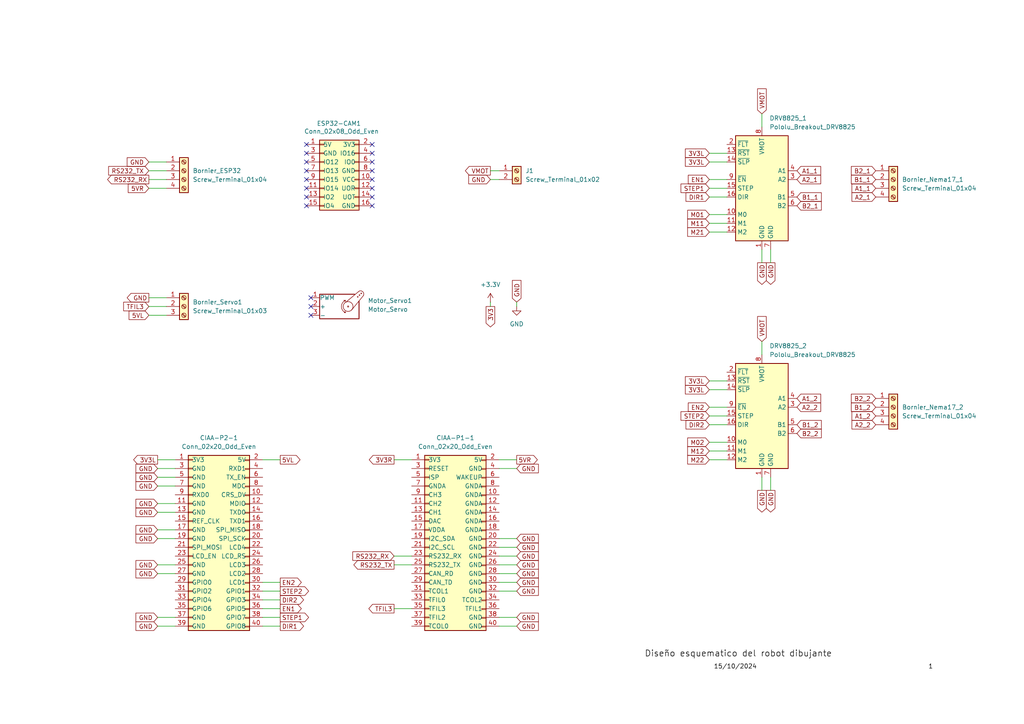
<source format=kicad_sch>
(kicad_sch (version 20231120) (generator "eeschema") (generator_version "8.0")
  (paper "A4")
  (lib_symbols
    (symbol "Connector:Screw_Terminal_01x02" (pin_names (offset 1.016) hide)
      (property "Reference" "J" (at 0 2.54 0))
      (property "Value" "Screw_Terminal_01x02" (at 0 -5.08 0))
      (symbol "Screw_Terminal_01x02_1_1"
        (rectangle (start -1.27 1.27) (end 1.27 -3.81) (stroke (width 0.254)) (fill (type background)))
        (circle (center 0 -2.54) (radius 0.635) (stroke (width 0.1524)))
        (polyline (pts (xy -0.5334 -2.2098) (xy 0.3302 -3.048)) (stroke (width 0.1524)))
        (polyline (pts (xy -0.5334 0.3302) (xy 0.3302 -0.508)) (stroke (width 0.1524)))
        (polyline (pts (xy -0.3556 -2.032) (xy 0.508 -2.8702)) (stroke (width 0.1524)))
        (polyline (pts (xy -0.3556 0.508) (xy 0.508 -0.3302)) (stroke (width 0.1524)))
        (circle (center 0 0) (radius 0.635) (stroke (width 0.1524)))
        (pin passive line (at -5.08 0 0) (length 3.81) (name "Pin_1") (number "1"))
        (pin passive line (at -5.08 -2.54 0) (length 3.81) (name "Pin_2") (number "2"))
      )
    )
    (symbol "Connector:Screw_Terminal_01x03" (pin_names (offset 1.016) hide)
      (property "Reference" "J" (at 0 5.08 0))
      (property "Value" "Screw_Terminal_01x03" (at 0 -5.08 0))
      (symbol "Screw_Terminal_01x03_1_1"
        (rectangle (start -1.27 3.81) (end 1.27 -3.81) (stroke (width 0.254)) (fill (type background)))
        (circle (center 0 -2.54) (radius 0.635) (stroke (width 0.1524)))
        (polyline (pts (xy -0.5334 -2.2098) (xy 0.3302 -3.048)) (stroke (width 0.1524)))
        (polyline (pts (xy -0.5334 0.3302) (xy 0.3302 -0.508)) (stroke (width 0.1524)))
        (polyline (pts (xy -0.5334 2.8702) (xy 0.3302 2.032)) (stroke (width 0.1524)))
        (polyline (pts (xy -0.3556 -2.032) (xy 0.508 -2.8702)) (stroke (width 0.1524)))
        (polyline (pts (xy -0.3556 0.508) (xy 0.508 -0.3302)) (stroke (width 0.1524)))
        (polyline (pts (xy -0.3556 3.048) (xy 0.508 2.2098)) (stroke (width 0.1524)))
        (circle (center 0 0) (radius 0.635) (stroke (width 0.1524)))
        (circle (center 0 2.54) (radius 0.635) (stroke (width 0.1524)))
        (pin passive line (at -5.08 2.54 0) (length 3.81) (name "Pin_1") (number "1"))
        (pin passive line (at -5.08 0 0) (length 3.81) (name "Pin_2") (number "2"))
        (pin passive line (at -5.08 -2.54 0) (length 3.81) (name "Pin_3") (number "3"))
      )
    )
    (symbol "Connector:Screw_Terminal_01x04" (pin_names (offset 1.016) hide)
      (property "Reference" "J" (at 0 5.08 0))
      (property "Value" "Screw_Terminal_01x04" (at 0 -7.62 0))
      (symbol "Screw_Terminal_01x04_1_1"
        (rectangle (start -1.27 3.81) (end 1.27 -6.35) (stroke (width 0.254)) (fill (type background)))
        (circle (center 0 -5.08) (radius 0.635) (stroke (width 0.1524)))
        (circle (center 0 -2.54) (radius 0.635) (stroke (width 0.1524)))
        (polyline (pts (xy -0.5334 -4.7498) (xy 0.3302 -5.588)) (stroke (width 0.1524)))
        (polyline (pts (xy -0.5334 -2.2098) (xy 0.3302 -3.048)) (stroke (width 0.1524)))
        (polyline (pts (xy -0.5334 0.3302) (xy 0.3302 -0.508)) (stroke (width 0.1524)))
        (polyline (pts (xy -0.5334 2.8702) (xy 0.3302 2.032)) (stroke (width 0.1524)))
        (polyline (pts (xy -0.3556 -4.572) (xy 0.508 -5.4102)) (stroke (width 0.1524)))
        (polyline (pts (xy -0.3556 -2.032) (xy 0.508 -2.8702)) (stroke (width 0.1524)))
        (polyline (pts (xy -0.3556 0.508) (xy 0.508 -0.3302)) (stroke (width 0.1524)))
        (polyline (pts (xy -0.3556 3.048) (xy 0.508 2.2098)) (stroke (width 0.1524)))
        (circle (center 0 0) (radius 0.635) (stroke (width 0.1524)))
        (circle (center 0 2.54) (radius 0.635) (stroke (width 0.1524)))
        (pin passive line (at -5.08 2.54 0) (length 3.81) (name "Pin_1") (number "1"))
        (pin passive line (at -5.08 0 0) (length 3.81) (name "Pin_2") (number "2"))
        (pin passive line (at -5.08 -2.54 0) (length 3.81) (name "Pin_3") (number "3"))
        (pin passive line (at -5.08 -5.08 0) (length 3.81) (name "Pin_4") (number "4"))
      )
    )
    (symbol "Connector_Generic:Conn_02x08_Odd_Even" (pin_names (offset 1.016))
      (property "Reference" "ESP32-CAM" (at 4.318 13.716 0))
      (property "Value" "Conn_02x08_Odd_Even" (at 5.08 11.43 0))
      (symbol "Conn_02x08_Odd_Even_1_1"
        (rectangle (start -1.27 -10.033) (end 0 -10.287) (stroke (width 0.1524)))
        (rectangle (start -1.27 -7.493) (end 0 -7.747) (stroke (width 0.1524)))
        (rectangle (start -1.27 -4.953) (end 0 -5.207) (stroke (width 0.1524)))
        (rectangle (start -1.27 -2.413) (end 0 -2.667) (stroke (width 0.1524)))
        (rectangle (start -1.27 0.127) (end 0 -0.127) (stroke (width 0.1524)))
        (rectangle (start -1.27 2.667) (end 0 2.413) (stroke (width 0.1524)))
        (rectangle (start -1.27 5.207) (end 0 4.953) (stroke (width 0.1524)))
        (rectangle (start -1.27 7.747) (end 0 7.493) (stroke (width 0.1524)))
        (rectangle (start -1.27 8.89) (end 10.16 -11.43) (stroke (width 0.254)) (fill (type background)))
        (rectangle (start 8.89 -2.413) (end 10.16 -2.667) (stroke (width 0.1524)))
        (rectangle (start 10.16 -10.033) (end 8.89 -10.287) (stroke (width 0.1524)))
        (rectangle (start 10.16 -7.493) (end 8.89 -7.747) (stroke (width 0.1524)))
        (rectangle (start 10.16 -4.953) (end 8.89 -5.207) (stroke (width 0.1524)))
        (rectangle (start 10.16 0.127) (end 8.89 -0.127) (stroke (width 0.1524)))
        (rectangle (start 10.16 2.667) (end 8.89 2.413) (stroke (width 0.1524)))
        (rectangle (start 10.16 5.207) (end 8.89 4.953) (stroke (width 0.1524)))
        (rectangle (start 10.16 7.747) (end 8.89 7.493) (stroke (width 0.1524)))
        (pin passive line (at -5.08 7.62 0) (length 3.81) (name "5V") (number "1"))
        (pin passive line (at 13.97 -2.54 180) (length 3.81) (name "VCC") (number "10"))
        (pin passive line (at -5.08 -5.08 0) (length 3.81) (name "IO14") (number "11"))
        (pin passive line (at 13.97 -5.08 180) (length 3.81) (name "UOR") (number "12"))
        (pin passive line (at -5.08 -7.62 0) (length 3.81) (name "IO2") (number "13"))
        (pin passive line (at 13.97 -7.62 180) (length 3.81) (name "UOT") (number "14"))
        (pin passive line (at -5.08 -10.16 0) (length 3.81) (name "IO4") (number "15"))
        (pin passive line (at 13.97 -10.16 180) (length 3.81) (name "GND") (number "16"))
        (pin passive line (at 13.97 7.62 180) (length 3.81) (name "3V3") (number "2"))
        (pin passive line (at -5.08 5.08 0) (length 3.81) (name "GND") (number "3"))
        (pin passive line (at 13.97 5.08 180) (length 3.81) (name "IO16") (number "4"))
        (pin passive line (at -5.08 2.54 0) (length 3.81) (name "IO12") (number "5"))
        (pin passive line (at 13.97 2.54 180) (length 3.81) (name "IO0") (number "6"))
        (pin passive line (at -5.08 0 0) (length 3.81) (name "IO13") (number "7"))
        (pin passive line (at 13.97 0 180) (length 3.81) (name "GND") (number "8"))
        (pin passive line (at -5.08 -2.54 0) (length 3.81) (name "IO15") (number "9"))
      )
    )
    (symbol "Driver_Motor:Pololu_Breakout_DRV8825"
      (property "Reference" "A" (at -2.54 16.51 0))
      (property "Value" "Pololu_Breakout_DRV8825" (at -2.54 13.97 0))
      (symbol "Pololu_Breakout_DRV8825_0_1"
        (rectangle (start 7.62 -17.78) (end -7.62 12.7) (stroke (width 0.254)) (fill (type background)))
      )
      (symbol "Pololu_Breakout_DRV8825_1_1"
        (pin power_in line (at 0 -20.32 90) (length 2.54) (name "GND") (number "1"))
        (pin input line (at -10.16 -10.16 0) (length 2.54) (name "M0") (number "10"))
        (pin input line (at -10.16 -12.7 0) (length 2.54) (name "M1") (number "11"))
        (pin input line (at -10.16 -15.24 0) (length 2.54) (name "M2") (number "12"))
        (pin input line (at -10.16 7.62 0) (length 2.54) (name "~{RST}") (number "13"))
        (pin input line (at -10.16 5.08 0) (length 2.54) (name "~{SLP}") (number "14"))
        (pin input line (at -10.16 -2.54 0) (length 2.54) (name "STEP") (number "15"))
        (pin input line (at -10.16 -5.08 0) (length 2.54) (name "DIR") (number "16"))
        (pin output line (at -10.16 10.16 0) (length 2.54) (name "~{FLT}") (number "2"))
        (pin output line (at 10.16 0 180) (length 2.54) (name "A2") (number "3"))
        (pin output line (at 10.16 2.54 180) (length 2.54) (name "A1") (number "4"))
        (pin output line (at 10.16 -5.08 180) (length 2.54) (name "B1") (number "5"))
        (pin output line (at 10.16 -7.62 180) (length 2.54) (name "B2") (number "6"))
        (pin power_in line (at 2.54 -20.32 90) (length 2.54) (name "GND") (number "7"))
        (pin power_in line (at 0 15.24 270) (length 2.54) (name "VMOT") (number "8"))
        (pin input line (at -10.16 0 0) (length 2.54) (name "~{EN}") (number "9"))
      )
    )
    (symbol "Motor:Motor_Servo" (pin_names (offset 0.0254))
      (property "Reference" "M" (at -5.08 4.445 0))
      (property "Value" "Motor_Servo" (at -5.08 -4.064 0))
      (symbol "Motor_Servo_0_1"
        (polyline (pts (xy 2.413 -1.778) (xy 2.032 -1.778)))
        (polyline (pts (xy 2.413 -1.778) (xy 2.286 -1.397)))
        (polyline (pts (xy 2.413 1.778) (xy 1.905 1.778)))
        (polyline (pts (xy 2.413 1.778) (xy 2.286 1.397)))
        (polyline (pts (xy 6.35 4.445) (xy 2.54 1.27)))
        (polyline (pts (xy 7.62 3.175) (xy 4.191 -1.016)))
        (polyline (pts (xy 5.08 3.556) (xy -5.08 3.556) (xy -5.08 -3.556) (xy 6.35 -3.556) (xy 6.35 1.524)) (stroke (width 0.254)))
        (arc (start 2.413 1.778) (mid 1.2406 0) (end 2.413 -1.778))
        (circle (center 3.175 0) (radius 0.1778))
        (circle (center 3.175 0) (radius 1.4224))
        (circle (center 5.969 2.794) (radius 0.127))
        (circle (center 6.477 3.302) (radius 0.127))
        (circle (center 6.985 3.81) (radius 0.127))
        (arc (start 7.62 3.175) (mid 7.4485 4.2735) (end 6.35 4.445))
      )
      (symbol "Motor_Servo_1_1"
        (pin passive line (at -7.62 2.54 0) (length 2.54) (name "PWM") (number "1"))
        (pin passive line (at -7.62 0 0) (length 2.54) (name "+") (number "2"))
        (pin passive line (at -7.62 -2.54 0) (length 2.54) (name "-") (number "3"))
      )
    )
    (symbol "ProyectoTdL:Conn_02x20_Odd_Even_1" (pin_names (offset 1.016))
      (property "Reference" "CIAA-P1-1" (at 6.096 29.21 0))
      (property "Value" "Conn_02x20_Odd_Even" (at 7.366 26.67 0))
      (symbol "Conn_02x20_Odd_Even_1_1_1"
        (rectangle (start -1.27 -25.273) (end 0 -25.527) (stroke (width 0.1524)))
        (rectangle (start -1.27 -22.733) (end 0 -22.987) (stroke (width 0.1524)))
        (rectangle (start -1.27 -20.193) (end 0 -20.447) (stroke (width 0.1524)))
        (rectangle (start -1.27 -17.653) (end 0 -17.907) (stroke (width 0.1524)))
        (rectangle (start -1.27 -15.113) (end 0 -15.367) (stroke (width 0.1524)))
        (rectangle (start -1.27 -12.573) (end 0 -12.827) (stroke (width 0.1524)))
        (rectangle (start -1.27 -10.033) (end 0 -10.287) (stroke (width 0.1524)))
        (rectangle (start -1.27 -7.493) (end 0 -7.747) (stroke (width 0.1524)))
        (rectangle (start -1.27 -4.953) (end 0 -5.207) (stroke (width 0.1524)))
        (rectangle (start -1.27 -2.413) (end 0 -2.667) (stroke (width 0.1524)))
        (rectangle (start -1.27 0.127) (end 0 -0.127) (stroke (width 0.1524)))
        (rectangle (start -1.27 2.667) (end 0 2.413) (stroke (width 0.1524)))
        (rectangle (start -1.27 5.207) (end 0 4.953) (stroke (width 0.1524)))
        (rectangle (start -1.27 7.747) (end 0 7.493) (stroke (width 0.1524)))
        (rectangle (start -1.27 10.287) (end 0 10.033) (stroke (width 0.1524)))
        (rectangle (start -1.27 12.827) (end 0 12.573) (stroke (width 0.1524)))
        (rectangle (start -1.27 15.367) (end 0 15.113) (stroke (width 0.1524)))
        (rectangle (start -1.27 17.907) (end 0 17.653) (stroke (width 0.1524)))
        (rectangle (start -1.27 20.447) (end 0 20.193) (stroke (width 0.1524)))
        (rectangle (start -1.27 22.987) (end 0 22.733) (stroke (width 0.1524)))
        (rectangle (start -1.27 24.13) (end 16.51 -26.67) (stroke (width 0.254)) (fill (type background)))
        (rectangle (start 15.24 22.86) (end 16.51 22.606) (stroke (width 0.1524)))
        (rectangle (start 16.51 -25.4) (end 15.24 -25.654) (stroke (width 0.1524)))
        (rectangle (start 16.51 -22.86) (end 15.24 -23.114) (stroke (width 0.1524)))
        (rectangle (start 16.51 -20.32) (end 15.24 -20.574) (stroke (width 0.1524)))
        (rectangle (start 16.51 -17.78) (end 15.24 -18.034) (stroke (width 0.1524)))
        (rectangle (start 16.51 -15.24) (end 15.24 -15.494) (stroke (width 0.1524)))
        (rectangle (start 16.51 -12.7) (end 15.24 -12.954) (stroke (width 0.1524)))
        (rectangle (start 16.51 -10.16) (end 15.24 -10.414) (stroke (width 0.1524)))
        (rectangle (start 16.51 -7.62) (end 15.24 -7.874) (stroke (width 0.1524)))
        (rectangle (start 16.51 -5.08) (end 15.24 -5.334) (stroke (width 0.1524)))
        (rectangle (start 16.51 -2.54) (end 15.24 -2.794) (stroke (width 0.1524)))
        (rectangle (start 16.51 0) (end 15.24 -0.254) (stroke (width 0.1524)))
        (rectangle (start 16.51 2.54) (end 15.24 2.286) (stroke (width 0.1524)))
        (rectangle (start 16.51 5.08) (end 15.24 4.826) (stroke (width 0.1524)))
        (rectangle (start 16.51 7.62) (end 15.24 7.366) (stroke (width 0.1524)))
        (rectangle (start 16.51 10.16) (end 15.24 9.906) (stroke (width 0.1524)))
        (rectangle (start 16.51 12.7) (end 15.24 12.446) (stroke (width 0.1524)))
        (rectangle (start 16.51 15.24) (end 15.24 14.986) (stroke (width 0.1524)))
        (rectangle (start 16.51 17.78) (end 15.24 17.526) (stroke (width 0.1524)))
        (rectangle (start 16.51 20.32) (end 15.24 20.066) (stroke (width 0.1524)))
        (pin passive line (at -5.08 22.86 0) (length 3.81) (name "3V3") (number "1"))
        (pin passive line (at 20.32 12.7 180) (length 3.81) (name "GNDA") (number "10"))
        (pin passive line (at -5.08 10.16 0) (length 3.81) (name "CH2") (number "11"))
        (pin passive line (at 20.32 10.16 180) (length 3.81) (name "GNDA") (number "12"))
        (pin passive line (at -5.08 7.62 0) (length 3.81) (name "CH1") (number "13"))
        (pin passive line (at 20.32 7.62 180) (length 3.81) (name "GNDA") (number "14"))
        (pin passive line (at -5.08 5.08 0) (length 3.81) (name "DAC") (number "15"))
        (pin passive line (at 20.32 5.08 180) (length 3.81) (name "GNDA") (number "16"))
        (pin passive line (at -5.08 2.54 0) (length 3.81) (name "VDDA") (number "17"))
        (pin passive line (at 20.32 2.54 180) (length 3.81) (name "GNDA") (number "18"))
        (pin passive line (at -5.08 0 0) (length 3.81) (name "I2C_SDA") (number "19"))
        (pin passive line (at 20.32 22.86 180) (length 3.81) (name "5V") (number "2"))
        (pin passive line (at 20.32 0 180) (length 3.81) (name "GND") (number "20"))
        (pin passive line (at -5.08 -2.54 0) (length 3.81) (name "I2C_SCL") (number "21"))
        (pin passive line (at 20.32 -2.54 180) (length 3.81) (name "GND") (number "22"))
        (pin passive line (at -5.08 -5.08 0) (length 3.81) (name "RS232_RX") (number "23"))
        (pin passive line (at 20.32 -5.08 180) (length 3.81) (name "GND") (number "24"))
        (pin passive line (at -5.08 -7.62 0) (length 3.81) (name "RS232_TX") (number "25"))
        (pin passive line (at 20.32 -7.62 180) (length 3.81) (name "GND") (number "26"))
        (pin passive line (at -5.08 -10.16 0) (length 3.81) (name "CAN_RD") (number "27"))
        (pin passive line (at 20.32 -10.16 180) (length 3.81) (name "GND") (number "28"))
        (pin passive line (at -5.08 -12.7 0) (length 3.81) (name "CAN_TD") (number "29"))
        (pin passive line (at -5.08 20.32 0) (length 3.81) (name "RESET") (number "3"))
        (pin passive line (at 20.32 -12.7 180) (length 3.81) (name "GND") (number "30"))
        (pin passive line (at -5.08 -15.24 0) (length 3.81) (name "TCOL1") (number "31"))
        (pin passive line (at 20.32 -15.24 180) (length 3.81) (name "GND") (number "32"))
        (pin passive line (at -5.08 -17.78 0) (length 3.81) (name "TFIL0") (number "33"))
        (pin passive line (at 20.32 -17.78 180) (length 3.81) (name "TCOL2") (number "34"))
        (pin passive line (at -5.08 -20.32 0) (length 3.81) (name "TFIL3") (number "35"))
        (pin passive line (at 20.32 -20.32 180) (length 3.81) (name "TFIL1") (number "36"))
        (pin passive line (at -5.08 -22.86 0) (length 3.81) (name "TFIL2") (number "37"))
        (pin passive line (at 20.32 -22.86 180) (length 3.81) (name "GND") (number "38"))
        (pin passive line (at -5.08 -25.4 0) (length 3.81) (name "TCOL0") (number "39"))
        (pin passive line (at 20.32 20.32 180) (length 3.81) (name "GND") (number "4"))
        (pin passive line (at 20.32 -25.4 180) (length 3.81) (name "GND") (number "40"))
        (pin passive line (at -5.08 17.78 0) (length 3.81) (name "ISP") (number "5"))
        (pin passive line (at 20.32 17.78 180) (length 3.81) (name "WAKEUP") (number "6"))
        (pin passive line (at -5.08 15.24 0) (length 3.81) (name "GNDA") (number "7"))
        (pin passive line (at 20.32 15.24 180) (length 3.81) (name "GNDA") (number "8"))
        (pin passive line (at -5.08 12.7 0) (length 3.81) (name "CH3") (number "9"))
      )
    )
    (symbol "ProyectoTdL:Conn_02x20_Odd_Even_2" (pin_names (offset 1.016))
      (property "Reference" "CIAA-P2-1" (at 8.128 29.21 0))
      (property "Value" "Conn_02x20_Odd_Even" (at 8.636 26.67 0))
      (symbol "Conn_02x20_Odd_Even_2_1_1"
        (rectangle (start -1.27 -25.273) (end 0 -25.527) (stroke (width 0.1524)))
        (rectangle (start -1.27 -22.733) (end 0 -22.987) (stroke (width 0.1524)))
        (rectangle (start -1.27 -20.193) (end 0 -20.447) (stroke (width 0.1524)))
        (rectangle (start -1.27 -17.653) (end 0 -17.907) (stroke (width 0.1524)))
        (rectangle (start -1.27 -15.113) (end 0 -15.367) (stroke (width 0.1524)))
        (rectangle (start -1.27 -12.573) (end 0 -12.827) (stroke (width 0.1524)))
        (rectangle (start -1.27 -10.033) (end 0 -10.287) (stroke (width 0.1524)))
        (rectangle (start -1.27 -7.493) (end 0 -7.747) (stroke (width 0.1524)))
        (rectangle (start -1.27 -4.953) (end 0 -5.207) (stroke (width 0.1524)))
        (rectangle (start -1.27 -2.413) (end 0 -2.667) (stroke (width 0.1524)))
        (rectangle (start -1.27 0.127) (end 0 -0.127) (stroke (width 0.1524)))
        (rectangle (start -1.27 2.667) (end 0 2.413) (stroke (width 0.1524)))
        (rectangle (start -1.27 5.207) (end 0 4.953) (stroke (width 0.1524)))
        (rectangle (start -1.27 7.747) (end 0 7.493) (stroke (width 0.1524)))
        (rectangle (start -1.27 10.287) (end 0 10.033) (stroke (width 0.1524)))
        (rectangle (start -1.27 12.827) (end 0 12.573) (stroke (width 0.1524)))
        (rectangle (start -1.27 15.367) (end 0 15.113) (stroke (width 0.1524)))
        (rectangle (start -1.27 17.907) (end 0 17.653) (stroke (width 0.1524)))
        (rectangle (start -1.27 20.447) (end 0 20.193) (stroke (width 0.1524)))
        (rectangle (start -1.27 22.987) (end 0 22.733) (stroke (width 0.1524)))
        (rectangle (start -1.27 24.13) (end 16.51 -26.67) (stroke (width 0.254)) (fill (type background)))
        (rectangle (start 15.24 0) (end 16.51 -0.254) (stroke (width 0.1524)))
        (rectangle (start 15.24 22.86) (end 16.51 22.606) (stroke (width 0.1524)))
        (rectangle (start 16.51 -25.4) (end 15.24 -25.654) (stroke (width 0.1524)))
        (rectangle (start 16.51 -22.86) (end 15.24 -23.114) (stroke (width 0.1524)))
        (rectangle (start 16.51 -20.32) (end 15.24 -20.574) (stroke (width 0.1524)))
        (rectangle (start 16.51 -17.78) (end 15.24 -18.034) (stroke (width 0.1524)))
        (rectangle (start 16.51 -15.24) (end 15.24 -15.494) (stroke (width 0.1524)))
        (rectangle (start 16.51 -12.7) (end 15.24 -12.954) (stroke (width 0.1524)))
        (rectangle (start 16.51 -10.16) (end 15.24 -10.414) (stroke (width 0.1524)))
        (rectangle (start 16.51 -7.62) (end 15.24 -7.874) (stroke (width 0.1524)))
        (rectangle (start 16.51 -5.08) (end 15.24 -5.334) (stroke (width 0.1524)))
        (rectangle (start 16.51 -2.54) (end 15.24 -2.794) (stroke (width 0.1524)))
        (rectangle (start 16.51 2.54) (end 15.24 2.286) (stroke (width 0.1524)))
        (rectangle (start 16.51 5.08) (end 15.24 4.826) (stroke (width 0.1524)))
        (rectangle (start 16.51 7.62) (end 15.24 7.366) (stroke (width 0.1524)))
        (rectangle (start 16.51 10.16) (end 15.24 9.906) (stroke (width 0.1524)))
        (rectangle (start 16.51 12.7) (end 15.24 12.446) (stroke (width 0.1524)))
        (rectangle (start 16.51 15.24) (end 15.24 14.986) (stroke (width 0.1524)))
        (rectangle (start 16.51 17.78) (end 15.24 17.526) (stroke (width 0.1524)))
        (rectangle (start 16.51 20.32) (end 15.24 20.066) (stroke (width 0.1524)))
        (pin passive line (at -5.08 22.86 0) (length 3.81) (name "3V3") (number "1"))
        (pin passive line (at 20.32 12.7 180) (length 3.81) (name "CRS_DV") (number "10"))
        (pin passive line (at -5.08 10.16 0) (length 3.81) (name "GND") (number "11"))
        (pin passive line (at 20.32 10.16 180) (length 3.81) (name "MDIO") (number "12"))
        (pin passive line (at -5.08 7.62 0) (length 3.81) (name "GND") (number "13"))
        (pin passive line (at 20.32 7.62 180) (length 3.81) (name "TXD0") (number "14"))
        (pin passive line (at -5.08 5.08 0) (length 3.81) (name "REF_CLK") (number "15"))
        (pin passive line (at 20.32 5.08 180) (length 3.81) (name "TXD1") (number "16"))
        (pin passive line (at -5.08 2.54 0) (length 3.81) (name "GND") (number "17"))
        (pin passive line (at 20.32 2.54 180) (length 3.81) (name "SPI_MISO") (number "18"))
        (pin passive line (at -5.08 0 0) (length 3.81) (name "GND") (number "19"))
        (pin passive line (at 20.32 22.86 180) (length 3.81) (name "5V") (number "2"))
        (pin passive line (at 20.32 0 180) (length 3.81) (name "SPI_SCK") (number "20"))
        (pin passive line (at -5.08 -2.54 0) (length 3.81) (name "SPI_MOSI") (number "21"))
        (pin passive line (at 20.32 -2.54 180) (length 3.81) (name "LCD4") (number "22"))
        (pin passive line (at -5.08 -5.08 0) (length 3.81) (name "LCD_EN") (number "23"))
        (pin passive line (at 20.32 -5.08 180) (length 3.81) (name "LCD_RS") (number "24"))
        (pin passive line (at -5.08 -7.62 0) (length 3.81) (name "GND") (number "25"))
        (pin passive line (at 20.32 -7.62 180) (length 3.81) (name "LCD3") (number "26"))
        (pin passive line (at -5.08 -10.16 0) (length 3.81) (name "GND") (number "27"))
        (pin passive line (at 20.32 -10.16 180) (length 3.81) (name "LCD2") (number "28"))
        (pin passive line (at -5.08 -12.7 0) (length 3.81) (name "GPIO0") (number "29"))
        (pin passive line (at -5.08 20.32 0) (length 3.81) (name "GND") (number "3"))
        (pin passive line (at 20.32 -12.7 180) (length 3.81) (name "LCD1") (number "30"))
        (pin passive line (at -5.08 -15.24 0) (length 3.81) (name "GPIO2") (number "31"))
        (pin passive line (at 20.32 -15.24 180) (length 3.81) (name "GPIO1") (number "32"))
        (pin passive line (at -5.08 -17.78 0) (length 3.81) (name "GPIO4") (number "33"))
        (pin passive line (at 20.32 -17.78 180) (length 3.81) (name "GPIO3") (number "34"))
        (pin passive line (at -5.08 -20.32 0) (length 3.81) (name "GPIO6") (number "35"))
        (pin passive line (at 20.32 -20.32 180) (length 3.81) (name "GPIO5") (number "36"))
        (pin passive line (at -5.08 -22.86 0) (length 3.81) (name "GND") (number "37"))
        (pin passive line (at 20.32 -22.86 180) (length 3.81) (name "GPIO7") (number "38"))
        (pin passive line (at -5.08 -25.4 0) (length 3.81) (name "GND") (number "39"))
        (pin passive line (at 20.32 20.32 180) (length 3.81) (name "RXD1") (number "4"))
        (pin passive line (at 20.32 -25.4 180) (length 3.81) (name "GPIO8") (number "40"))
        (pin passive line (at -5.08 17.78 0) (length 3.81) (name "GND") (number "5"))
        (pin passive line (at 20.32 17.78 180) (length 3.81) (name "TX_EN") (number "6"))
        (pin passive line (at -5.08 15.24 0) (length 3.81) (name "GND") (number "7"))
        (pin passive line (at 20.32 15.24 180) (length 3.81) (name "MDC") (number "8"))
        (pin passive line (at -5.08 12.7 0) (length 3.81) (name "RXD0") (number "9"))
      )
    )
    (symbol "power:+3.3V" (power) (pin_numbers hide) (pin_names (offset 0) hide)
      (property "Value" "+3.3V" (at 0 3.556 0))
      (symbol "+3.3V_0_1"
        (polyline (pts (xy -0.762 1.27) (xy 0 2.54)))
        (polyline (pts (xy 0 0) (xy 0 2.54)))
        (polyline (pts (xy 0 2.54) (xy 0.762 1.27)))
      )
      (symbol "+3.3V_1_1"
        (pin power_in line (at 0 0 90) (length 0) (name "~") (number "1"))
      )
    )
    (symbol "power:GND" (power) (pin_numbers hide) (pin_names (offset 0) hide)
      (property "Value" "GND" (at 0 -3.81 0))
      (symbol "GND_0_1"
        (polyline (pts (xy 0 0) (xy 0 -1.27) (xy 1.27 -1.27) (xy 0 -2.54) (xy -1.27 -1.27) (xy 0 -1.27)))
      )
      (symbol "GND_1_1"
        (pin power_in line (at 0 0 270) (length 0) (name "~") (number "1"))
      )
    )
  )
  (no_connect (at 107.95 49.53))
  (no_connect (at 88.9 46.99))
  (no_connect (at 107.95 59.69))
  (no_connect (at 88.9 41.91))
  (no_connect (at 88.9 52.07))
  (no_connect (at 90.17 91.44))
  (no_connect (at 107.95 52.07))
  (no_connect (at 107.95 57.15))
  (no_connect (at 88.9 44.45))
  (no_connect (at 88.9 57.15))
  (no_connect (at 107.95 41.91))
  (no_connect (at 107.95 54.61))
  (no_connect (at 107.95 46.99))
  (no_connect (at 88.9 54.61))
  (no_connect (at 107.95 44.45))
  (no_connect (at 88.9 49.53))
  (no_connect (at 90.17 86.36))
  (no_connect (at 90.17 88.9))
  (no_connect (at 88.9 59.69))
  (wire (pts (xy 142.24 49.53) (xy 144.78 49.53)))
  (wire (pts (xy 45.72 138.43) (xy 50.8 138.43)))
  (wire (pts (xy 223.52 142.24) (xy 223.52 138.43)))
  (wire (pts (xy 43.18 49.53) (xy 48.26 49.53)))
  (wire (pts (xy 149.86 179.07) (xy 144.78 179.07)))
  (wire (pts (xy 45.72 163.83) (xy 50.8 163.83)))
  (wire (pts (xy 149.86 163.83) (xy 144.78 163.83)))
  (wire (pts (xy 114.3 163.83) (xy 119.38 163.83)))
  (wire (pts (xy 205.74 52.07) (xy 210.82 52.07)))
  (wire (pts (xy 223.52 76.2) (xy 223.52 72.39)))
  (wire (pts (xy 149.86 171.45) (xy 144.78 171.45)))
  (wire (pts (xy 114.3 133.35) (xy 119.38 133.35)))
  (wire (pts (xy 81.28 171.45) (xy 76.2 171.45)))
  (wire (pts (xy 45.72 148.59) (xy 50.8 148.59)))
  (wire (pts (xy 142.24 52.07) (xy 144.78 52.07)))
  (wire (pts (xy 144.78 133.35) (xy 149.86 133.35)))
  (wire (pts (xy 149.86 161.29) (xy 144.78 161.29)))
  (wire (pts (xy 45.72 135.89) (xy 50.8 135.89)))
  (wire (pts (xy 114.3 176.53) (xy 119.38 176.53)))
  (wire (pts (xy 45.72 133.35) (xy 50.8 133.35)))
  (wire (pts (xy 81.28 179.07) (xy 76.2 179.07)))
  (wire (pts (xy 205.74 128.27) (xy 210.82 128.27)))
  (wire (pts (xy 149.86 166.37) (xy 144.78 166.37)))
  (wire (pts (xy 142.24 87.63) (xy 142.24 88.9)))
  (wire (pts (xy 205.74 133.35) (xy 210.82 133.35)))
  (wire (pts (xy 220.98 76.2) (xy 220.98 72.39)))
  (wire (pts (xy 205.74 110.49) (xy 210.82 110.49)))
  (wire (pts (xy 81.28 173.99) (xy 76.2 173.99)))
  (wire (pts (xy 81.28 181.61) (xy 76.2 181.61)))
  (wire (pts (xy 149.86 135.89) (xy 144.78 135.89)))
  (wire (pts (xy 205.74 54.61) (xy 210.82 54.61)))
  (wire (pts (xy 205.74 57.15) (xy 210.82 57.15)))
  (wire (pts (xy 205.74 118.11) (xy 210.82 118.11)))
  (wire (pts (xy 114.3 161.29) (xy 119.38 161.29)))
  (wire (pts (xy 43.18 54.61) (xy 48.26 54.61)))
  (wire (pts (xy 45.72 153.67) (xy 50.8 153.67)))
  (wire (pts (xy 45.72 179.07) (xy 50.8 179.07)))
  (wire (pts (xy 43.18 86.36) (xy 48.26 86.36)))
  (wire (pts (xy 45.72 156.21) (xy 50.8 156.21)))
  (wire (pts (xy 43.18 88.9) (xy 48.26 88.9)))
  (wire (pts (xy 220.98 142.24) (xy 220.98 138.43)))
  (wire (pts (xy 149.86 156.21) (xy 144.78 156.21)))
  (wire (pts (xy 205.74 44.45) (xy 210.82 44.45)))
  (wire (pts (xy 81.28 133.35) (xy 76.2 133.35)))
  (wire (pts (xy 205.74 67.31) (xy 210.82 67.31)))
  (wire (pts (xy 205.74 64.77) (xy 210.82 64.77)))
  (wire (pts (xy 43.18 52.07) (xy 48.26 52.07)))
  (wire (pts (xy 45.72 181.61) (xy 50.8 181.61)))
  (wire (pts (xy 81.28 168.91) (xy 76.2 168.91)))
  (wire (pts (xy 43.18 91.44) (xy 48.26 91.44)))
  (wire (pts (xy 220.98 99.06) (xy 220.98 102.87)))
  (wire (pts (xy 45.72 146.05) (xy 50.8 146.05)))
  (wire (pts (xy 149.86 168.91) (xy 144.78 168.91)))
  (wire (pts (xy 205.74 130.81) (xy 210.82 130.81)))
  (wire (pts (xy 205.74 113.03) (xy 210.82 113.03)))
  (wire (pts (xy 149.86 158.75) (xy 144.78 158.75)))
  (wire (pts (xy 205.74 120.65) (xy 210.82 120.65)))
  (wire (pts (xy 149.86 181.61) (xy 144.78 181.61)))
  (wire (pts (xy 43.18 46.99) (xy 48.26 46.99)))
  (wire (pts (xy 45.72 140.97) (xy 50.8 140.97)))
  (wire (pts (xy 149.86 87.63) (xy 149.86 88.9)))
  (wire (pts (xy 205.74 62.23) (xy 210.82 62.23)))
  (wire (pts (xy 205.74 123.19) (xy 210.82 123.19)))
  (wire (pts (xy 81.28 176.53) (xy 76.2 176.53)))
  (wire (pts (xy 220.98 33.02) (xy 220.98 36.83)))
  (wire (pts (xy 45.72 166.37) (xy 50.8 166.37)))
  (wire (pts (xy 205.74 46.99) (xy 210.82 46.99)))
  (text "Diseño esquematico del robot dibujante" (at 186.944 190.754 0) (effects (font (size 1.778 1.778)) (justify left bottom)))
  (label "15{slash}10{slash}2024" (at 207.01 194.31 0))
  (label "1" (at 269.24 194.31 0))
  (global_label "M22" (shape input) (at 205.74 133.35 180) (property "Intersheetrefs" "${INTERSHEET_REFS}" (effects (hide yes))))
  (global_label "VMOT" (shape input) (at 220.98 33.02 90) (property "Intersheetrefs" "${INTERSHEET_REFS}" (effects (hide yes))))
  (global_label "B1_1" (shape input) (at 254 52.07 180) (property "Intersheetrefs" "${INTERSHEET_REFS}" (effects (hide yes))))
  (global_label "EN2" (shape input) (at 205.74 118.11 180) (property "Intersheetrefs" "${INTERSHEET_REFS}" (effects (hide yes))))
  (global_label "B1_2" (shape input) (at 254 118.11 180) (property "Intersheetrefs" "${INTERSHEET_REFS}" (effects (hide yes))))
  (global_label "RS232_TX" (shape input) (at 43.18 49.53 180) (property "Intersheetrefs" "${INTERSHEET_REFS}" (effects (hide yes))))
  (global_label "3V3L" (shape output) (at 45.72 133.35 180) (property "Intersheetrefs" "${INTERSHEET_REFS}" (effects (hide yes))))
  (global_label "GND" (shape input) (at 149.86 181.61 0) (property "Intersheetrefs" "${INTERSHEET_REFS}" (effects (hide yes))))
  (global_label "RS232_RX" (shape output) (at 43.18 52.07 180) (property "Intersheetrefs" "${INTERSHEET_REFS}" (effects (hide yes))))
  (global_label "B2_1" (shape input) (at 254 49.53 180) (property "Intersheetrefs" "${INTERSHEET_REFS}" (effects (hide yes))))
  (global_label "TFIL3" (shape input) (at 43.18 88.9 180) (property "Intersheetrefs" "${INTERSHEET_REFS}" (effects (hide yes))))
  (global_label "EN1" (shape input) (at 205.74 52.07 180) (property "Intersheetrefs" "${INTERSHEET_REFS}" (effects (hide yes))))
  (global_label "VMOT" (shape input) (at 220.98 99.06 90) (property "Intersheetrefs" "${INTERSHEET_REFS}" (effects (hide yes))))
  (global_label "GND" (shape input) (at 149.86 163.83 0) (property "Intersheetrefs" "${INTERSHEET_REFS}" (effects (hide yes))))
  (global_label "GND" (shape input) (at 43.18 46.99 180) (property "Intersheetrefs" "${INTERSHEET_REFS}" (effects (hide yes))))
  (global_label "3V3L" (shape input) (at 205.74 113.03 180) (property "Intersheetrefs" "${INTERSHEET_REFS}" (effects (hide yes))))
  (global_label "B2_2" (shape input) (at 231.14 125.73 0) (property "Intersheetrefs" "${INTERSHEET_REFS}" (effects (hide yes))))
  (global_label "A1_2" (shape input) (at 231.14 115.57 0) (property "Intersheetrefs" "${INTERSHEET_REFS}" (effects (hide yes))))
  (global_label "5VL" (shape output) (at 81.28 133.35 0) (property "Intersheetrefs" "${INTERSHEET_REFS}" (effects (hide yes))))
  (global_label "GND" (shape input) (at 45.72 156.21 180) (property "Intersheetrefs" "${INTERSHEET_REFS}" (effects (hide yes))))
  (global_label "DIR2" (shape input) (at 205.74 123.19 180) (property "Intersheetrefs" "${INTERSHEET_REFS}" (effects (hide yes))))
  (global_label "GND" (shape input) (at 45.72 181.61 180) (property "Intersheetrefs" "${INTERSHEET_REFS}" (effects (hide yes))))
  (global_label "3V3R" (shape output) (at 114.3 133.35 180) (property "Intersheetrefs" "${INTERSHEET_REFS}" (effects (hide yes))))
  (global_label "A1_1" (shape input) (at 254 54.61 180) (property "Intersheetrefs" "${INTERSHEET_REFS}" (effects (hide yes))))
  (global_label "GND" (shape input) (at 45.72 166.37 180) (property "Intersheetrefs" "${INTERSHEET_REFS}" (effects (hide yes))))
  (global_label "3V3" (shape output) (at 142.24 88.9 270) (property "Intersheetrefs" "${INTERSHEET_REFS}" (effects (hide yes))))
  (global_label "GND" (shape input) (at 149.86 171.45 0) (property "Intersheetrefs" "${INTERSHEET_REFS}" (effects (hide yes))))
  (global_label "A2_2" (shape input) (at 254 123.19 180) (property "Intersheetrefs" "${INTERSHEET_REFS}" (effects (hide yes))))
  (global_label "GND" (shape output) (at 220.98 76.2 270) (property "Intersheetrefs" "${INTERSHEET_REFS}" (effects (hide yes))))
  (global_label "RS232_RX" (shape input) (at 114.3 161.29 180) (property "Intersheetrefs" "${INTERSHEET_REFS}" (effects (hide yes))))
  (global_label "A2_2" (shape input) (at 231.14 118.11 0) (property "Intersheetrefs" "${INTERSHEET_REFS}" (effects (hide yes))))
  (global_label "GND" (shape input) (at 149.86 179.07 0) (property "Intersheetrefs" "${INTERSHEET_REFS}" (effects (hide yes))))
  (global_label "B2_2" (shape input) (at 254 115.57 180) (property "Intersheetrefs" "${INTERSHEET_REFS}" (effects (hide yes))))
  (global_label "B1_2" (shape input) (at 231.14 123.19 0) (property "Intersheetrefs" "${INTERSHEET_REFS}" (effects (hide yes))))
  (global_label "VMOT" (shape output) (at 142.24 49.53 180) (property "Intersheetrefs" "${INTERSHEET_REFS}" (effects (hide yes))))
  (global_label "GND" (shape input) (at 45.72 135.89 180) (property "Intersheetrefs" "${INTERSHEET_REFS}" (effects (hide yes))))
  (global_label "5VR" (shape input) (at 43.18 54.61 180) (property "Intersheetrefs" "${INTERSHEET_REFS}" (effects (hide yes))))
  (global_label "5VR" (shape output) (at 149.86 133.35 0) (property "Intersheetrefs" "${INTERSHEET_REFS}" (effects (hide yes))))
  (global_label "GND" (shape input) (at 149.86 158.75 0) (property "Intersheetrefs" "${INTERSHEET_REFS}" (effects (hide yes))))
  (global_label "3V3L" (shape input) (at 205.74 44.45 180) (property "Intersheetrefs" "${INTERSHEET_REFS}" (effects (hide yes))))
  (global_label "GND" (shape input) (at 149.86 166.37 0) (property "Intersheetrefs" "${INTERSHEET_REFS}" (effects (hide yes))))
  (global_label "EN2" (shape output) (at 81.28 168.91 0) (property "Intersheetrefs" "${INTERSHEET_REFS}" (effects (hide yes))))
  (global_label "TFIL3" (shape output) (at 114.3 176.53 180) (property "Intersheetrefs" "${INTERSHEET_REFS}" (effects (hide yes))))
  (global_label "GND" (shape input) (at 45.72 148.59 180) (property "Intersheetrefs" "${INTERSHEET_REFS}" (effects (hide yes))))
  (global_label "DIR1" (shape input) (at 205.74 57.15 180) (property "Intersheetrefs" "${INTERSHEET_REFS}" (effects (hide yes))))
  (global_label "A1_1" (shape input) (at 231.14 49.53 0) (property "Intersheetrefs" "${INTERSHEET_REFS}" (effects (hide yes))))
  (global_label "A2_1" (shape input) (at 254 57.15 180) (property "Intersheetrefs" "${INTERSHEET_REFS}" (effects (hide yes))))
  (global_label "GND" (shape output) (at 223.52 76.2 270) (property "Intersheetrefs" "${INTERSHEET_REFS}" (effects (hide yes))))
  (global_label "GND" (shape input) (at 45.72 163.83 180) (property "Intersheetrefs" "${INTERSHEET_REFS}" (effects (hide yes))))
  (global_label "STEP1" (shape output) (at 81.28 179.07 0) (property "Intersheetrefs" "${INTERSHEET_REFS}" (effects (hide yes))))
  (global_label "GND" (shape output) (at 223.52 142.24 270) (property "Intersheetrefs" "${INTERSHEET_REFS}" (effects (hide yes))))
  (global_label "GND" (shape output) (at 220.98 142.24 270) (property "Intersheetrefs" "${INTERSHEET_REFS}" (effects (hide yes))))
  (global_label "RS232_TX" (shape output) (at 114.3 163.83 180) (property "Intersheetrefs" "${INTERSHEET_REFS}" (effects (hide yes))))
  (global_label "GND" (shape input) (at 149.86 161.29 0) (property "Intersheetrefs" "${INTERSHEET_REFS}" (effects (hide yes))))
  (global_label "3V3L" (shape input) (at 205.74 110.49 180) (property "Intersheetrefs" "${INTERSHEET_REFS}" (effects (hide yes))))
  (global_label "3V3L" (shape input) (at 205.74 46.99 180) (property "Intersheetrefs" "${INTERSHEET_REFS}" (effects (hide yes))))
  (global_label "M02" (shape input) (at 205.74 128.27 180) (property "Intersheetrefs" "${INTERSHEET_REFS}" (effects (hide yes))))
  (global_label "B2_1" (shape input) (at 231.14 59.69 0) (property "Intersheetrefs" "${INTERSHEET_REFS}" (effects (hide yes))))
  (global_label "GND" (shape input) (at 45.72 153.67 180) (property "Intersheetrefs" "${INTERSHEET_REFS}" (effects (hide yes))))
  (global_label "STEP2" (shape input) (at 205.74 120.65 180) (property "Intersheetrefs" "${INTERSHEET_REFS}" (effects (hide yes))))
  (global_label "M01" (shape input) (at 205.74 62.23 180) (property "Intersheetrefs" "${INTERSHEET_REFS}" (effects (hide yes))))
  (global_label "A2_1" (shape input) (at 231.14 52.07 0) (property "Intersheetrefs" "${INTERSHEET_REFS}" (effects (hide yes))))
  (global_label "DIR1" (shape output) (at 81.28 181.61 0) (property "Intersheetrefs" "${INTERSHEET_REFS}" (effects (hide yes))))
  (global_label "A1_2" (shape input) (at 254 120.65 180) (property "Intersheetrefs" "${INTERSHEET_REFS}" (effects (hide yes))))
  (global_label "GND" (shape input) (at 45.72 140.97 180) (property "Intersheetrefs" "${INTERSHEET_REFS}" (effects (hide yes))))
  (global_label "5VL" (shape input) (at 43.18 91.44 180) (property "Intersheetrefs" "${INTERSHEET_REFS}" (effects (hide yes))))
  (global_label "STEP2" (shape output) (at 81.28 171.45 0) (property "Intersheetrefs" "${INTERSHEET_REFS}" (effects (hide yes))))
  (global_label "STEP1" (shape input) (at 205.74 54.61 180) (property "Intersheetrefs" "${INTERSHEET_REFS}" (effects (hide yes))))
  (global_label "GND" (shape input) (at 45.72 179.07 180) (property "Intersheetrefs" "${INTERSHEET_REFS}" (effects (hide yes))))
  (global_label "GND" (shape input) (at 142.24 52.07 180) (property "Intersheetrefs" "${INTERSHEET_REFS}" (effects (hide yes))))
  (global_label "GND" (shape input) (at 45.72 138.43 180) (property "Intersheetrefs" "${INTERSHEET_REFS}" (effects (hide yes))))
  (global_label "GND" (shape input) (at 149.86 168.91 0) (property "Intersheetrefs" "${INTERSHEET_REFS}" (effects (hide yes))))
  (global_label "DIR2" (shape output) (at 81.28 173.99 0) (property "Intersheetrefs" "${INTERSHEET_REFS}" (effects (hide yes))))
  (global_label "M12" (shape input) (at 205.74 130.81 180) (property "Intersheetrefs" "${INTERSHEET_REFS}" (effects (hide yes))))
  (global_label "GND" (shape input) (at 149.86 156.21 0) (property "Intersheetrefs" "${INTERSHEET_REFS}" (effects (hide yes))))
  (global_label "B1_1" (shape input) (at 231.14 57.15 0) (property "Intersheetrefs" "${INTERSHEET_REFS}" (effects (hide yes))))
  (global_label "GND" (shape input) (at 149.86 135.89 0) (property "Intersheetrefs" "${INTERSHEET_REFS}" (effects (hide yes))))
  (global_label "GND" (shape output) (at 43.18 86.36 180) (property "Intersheetrefs" "${INTERSHEET_REFS}" (effects (hide yes))))
  (global_label "GND" (shape input) (at 149.86 87.63 90) (property "Intersheetrefs" "${INTERSHEET_REFS}" (effects (hide yes))))
  (global_label "M11" (shape input) (at 205.74 64.77 180) (property "Intersheetrefs" "${INTERSHEET_REFS}" (effects (hide yes))))
  (global_label "GND" (shape input) (at 45.72 146.05 180) (property "Intersheetrefs" "${INTERSHEET_REFS}" (effects (hide yes))))
  (global_label "M21" (shape input) (at 205.74 67.31 180) (property "Intersheetrefs" "${INTERSHEET_REFS}" (effects (hide yes))))
  (global_label "EN1" (shape output) (at 81.28 176.53 0) (property "Intersheetrefs" "${INTERSHEET_REFS}" (effects (hide yes))))
  (symbol (lib_id "Connector:Screw_Terminal_01x04") (at 259.08 52.07 0) (unit 1)
    (property "Reference" "Bornier_Nema17_1" (at 261.62 52.0699 0) (effects (justify left)))
    (property "Value" "Screw_Terminal_01x04" (at 261.62 54.6099 0) (effects (justify left)))
    (property "Footprint" "ProyectoTdL:TerminalBlock_bornier-4_P5.08mm" (effects (hide yes)))
    (property "Description" "Generic screw terminal, single row, 01x04, script generated (kicad-library-utils/schlib/autogen/connector/)" (effects (hide yes)))
  )
  (symbol (lib_id "Connector_Generic:Conn_02x08_Odd_Even") (at 93.98 49.53 0) (unit 1)
    (property "Reference" "ESP32-CAM1" (at 98.298 35.814 0))
    (property "Value" "Conn_02x08_Odd_Even" (at 99.06 38.1 0))
    (property "Description" "Generic connector, double row, 02x08, odd/even pin numbering scheme (row 1 odd numbers, row 2 even numbers), script generated (kicad-library-utils/schlib/autogen/connector/)" (effects (hide yes)))
  )
  (symbol (lib_id "power:GND") (at 149.86 88.9 0) (unit 1)
    (property "Reference" "#PWR02" (effects (hide yes)))
    (property "Value" "GND" (at 149.86 93.98 0))
    (property "Description" "Power symbol creates a global label with name \"GND\" , ground" (effects (hide yes)))
  )
  (symbol (lib_id "power:+3.3V") (at 142.24 87.63 0) (unit 1)
    (property "Reference" "#PWR01" (effects (hide yes)))
    (property "Value" "+3.3V" (at 142.24 82.55 0))
    (property "Description" "Power symbol creates a global label with name \"+3.3V\"" (effects (hide yes)))
  )
  (symbol (lib_id "ProyectoTdL:Conn_02x20_Odd_Even_1") (at 124.46 156.21 0) (unit 1)
    (property "Reference" "CIAA-P1-1" (at 132.08 127 0))
    (property "Value" "Conn_02x20_Odd_Even" (at 132.08 129.54 0))
    (property "Footprint" "ProyectoTdL:Tira_P1_CIAA" (effects (hide yes)))
    (property "Description" "Generic connector, double row, 02x20, odd/even pin numbering scheme (row 1 odd numbers, row 2 even numbers), script generated (kicad-library-utils/schlib/autogen/connector/)" (effects (hide yes)))
  )
  (symbol (lib_id "Driver_Motor:Pololu_Breakout_DRV8825") (at 220.98 118.11 0) (unit 1)
    (property "Reference" "DRV8825_2" (at 223.1741 100.33 0) (effects (justify left)))
    (property "Value" "Pololu_Breakout_DRV8825" (at 223.1741 102.87 0) (effects (justify left)))
    (property "Footprint" "Module:Pololu_Breakout-16_15.2x20.3mm" (effects (hide yes)))
    (property "Datasheet" "https://www.pololu.com/product/2982" (effects (hide yes)))
    (property "Description" "Pololu Breakout Board, Stepper Driver DRV8825" (effects (hide yes)))
  )
  (symbol (lib_id "Driver_Motor:Pololu_Breakout_DRV8825") (at 220.98 52.07 0) (unit 1)
    (property "Reference" "DRV8825_1" (at 223.1741 34.29 0) (effects (justify left)))
    (property "Value" "Pololu_Breakout_DRV8825" (at 223.1741 36.83 0) (effects (justify left)))
    (property "Footprint" "Module:Pololu_Breakout-16_15.2x20.3mm" (effects (hide yes)))
    (property "Datasheet" "https://www.pololu.com/product/2982" (effects (hide yes)))
    (property "Description" "Pololu Breakout Board, Stepper Driver DRV8825" (effects (hide yes)))
  )
  (symbol (lib_id "Motor:Motor_Servo") (at 97.79 88.9 0) (unit 1)
    (property "Reference" "Motor_Servo1" (at 106.68 87.1965 0) (effects (justify left)))
    (property "Value" "Motor_Servo" (at 106.68 89.7365 0) (effects (justify left)))
    (property "Datasheet" "http://forums.parallax.com/uploads/attachments/46831/74481.png" (effects (hide yes)))
    (property "Description" "Servo Motor (Futaba, HiTec, JR connector)" (effects (hide yes)))
  )
  (symbol (lib_id "Connector:Screw_Terminal_01x04") (at 53.34 49.53 0) (unit 1)
    (property "Reference" "Bornier_ESP32" (at 55.88 49.5299 0) (effects (justify left)))
    (property "Value" "Screw_Terminal_01x04" (at 55.88 52.0699 0) (effects (justify left)))
    (property "Footprint" "ProyectoTdL:TerminalBlock_bornier-4_P5.08mm" (effects (hide yes)))
    (property "Description" "Generic screw terminal, single row, 01x04, script generated (kicad-library-utils/schlib/autogen/connector/)" (effects (hide yes)))
  )
  (symbol (lib_id "Connector:Screw_Terminal_01x03") (at 53.34 88.9 0) (unit 1)
    (property "Reference" "Bornier_Servo1" (at 55.88 87.6299 0) (effects (justify left)))
    (property "Value" "Screw_Terminal_01x03" (at 55.88 90.1699 0) (effects (justify left)))
    (property "Footprint" "ProyectoTdL:TerminalBlock_bornier-3_P5.08mm" (effects (hide yes)))
    (property "Description" "Generic screw terminal, single row, 01x03, script generated (kicad-library-utils/schlib/autogen/connector/)" (effects (hide yes)))
  )
  (symbol (lib_id "Connector:Screw_Terminal_01x02") (at 149.86 49.53 0) (unit 1)
    (property "Reference" "J1" (at 152.4 49.5299 0) (effects (justify left)))
    (property "Value" "Screw_Terminal_01x02" (at 152.4 52.0699 0) (effects (justify left)))
    (property "Footprint" "ProyectoTdL:TerminalBlock_bornier-2_P5.08mm" (effects (hide yes)))
    (property "Description" "Generic screw terminal, single row, 01x02, script generated (kicad-library-utils/schlib/autogen/connector/)" (effects (hide yes)))
  )
  (symbol (lib_id "ProyectoTdL:Conn_02x20_Odd_Even_2") (at 55.88 156.21 0) (unit 1)
    (property "Reference" "CIAA-P2-1" (at 63.5 127 0))
    (property "Value" "Conn_02x20_Odd_Even" (at 63.5 129.54 0))
    (property "Footprint" "ProyectoTdL:Tira_P2_CIAA" (effects (hide yes)))
    (property "Description" "Generic connector, double row, 02x20, odd/even pin numbering scheme (row 1 odd numbers, row 2 even numbers), script generated (kicad-library-utils/schlib/autogen/connector/)" (effects (hide yes)))
  )
  (symbol (lib_id "Connector:Screw_Terminal_01x04") (at 259.08 118.11 0) (unit 1)
    (property "Reference" "Bornier_Nema17_2" (at 261.62 118.1099 0) (effects (justify left)))
    (property "Value" "Screw_Terminal_01x04" (at 261.62 120.6499 0) (effects (justify left)))
    (property "Footprint" "ProyectoTdL:TerminalBlock_bornier-4_P5.08mm" (effects (hide yes)))
    (property "Description" "Generic screw terminal, single row, 01x04, script generated (kicad-library-utils/schlib/autogen/connector/)" (effects (hide yes)))
  )
)
</source>
